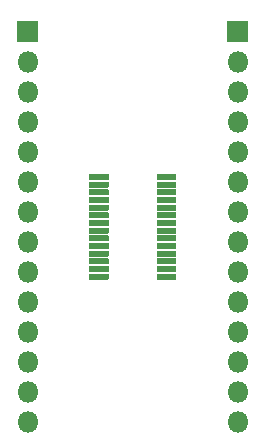
<source format=gts>
G04 #@! TF.GenerationSoftware,KiCad,Pcbnew,(5.1.10)-1*
G04 #@! TF.CreationDate,2021-11-20T19:19:08-05:00*
G04 #@! TF.ProjectId,SM72442 Breakout Board,534d3732-3434-4322-9042-7265616b6f75,rev?*
G04 #@! TF.SameCoordinates,Original*
G04 #@! TF.FileFunction,Soldermask,Top*
G04 #@! TF.FilePolarity,Negative*
%FSLAX46Y46*%
G04 Gerber Fmt 4.6, Leading zero omitted, Abs format (unit mm)*
G04 Created by KiCad (PCBNEW (5.1.10)-1) date 2021-11-20 19:19:08*
%MOMM*%
%LPD*%
G01*
G04 APERTURE LIST*
%ADD10O,1.800000X1.800000*%
G04 APERTURE END LIST*
D10*
G04 #@! TO.C,J1*
X129540000Y-151130000D03*
X129540000Y-148590000D03*
X129540000Y-146050000D03*
X129540000Y-143510000D03*
X129540000Y-140970000D03*
X129540000Y-138430000D03*
X129540000Y-135890000D03*
X129540000Y-133350000D03*
X129540000Y-130810000D03*
X129540000Y-128270000D03*
X129540000Y-125730000D03*
X129540000Y-123190000D03*
X129540000Y-120650000D03*
G36*
G01*
X128640000Y-118960000D02*
X128640000Y-117260000D01*
G75*
G02*
X128690000Y-117210000I50000J0D01*
G01*
X130390000Y-117210000D01*
G75*
G02*
X130440000Y-117260000I0J-50000D01*
G01*
X130440000Y-118960000D01*
G75*
G02*
X130390000Y-119010000I-50000J0D01*
G01*
X128690000Y-119010000D01*
G75*
G02*
X128640000Y-118960000I0J50000D01*
G01*
G37*
G04 #@! TD*
G04 #@! TO.C,J2*
G36*
G01*
X146420000Y-118960000D02*
X146420000Y-117260000D01*
G75*
G02*
X146470000Y-117210000I50000J0D01*
G01*
X148170000Y-117210000D01*
G75*
G02*
X148220000Y-117260000I0J-50000D01*
G01*
X148220000Y-118960000D01*
G75*
G02*
X148170000Y-119010000I-50000J0D01*
G01*
X146470000Y-119010000D01*
G75*
G02*
X146420000Y-118960000I0J50000D01*
G01*
G37*
X147320000Y-120650000D03*
X147320000Y-123190000D03*
X147320000Y-125730000D03*
X147320000Y-128270000D03*
X147320000Y-130810000D03*
X147320000Y-133350000D03*
X147320000Y-135890000D03*
X147320000Y-138430000D03*
X147320000Y-140970000D03*
X147320000Y-143510000D03*
X147320000Y-146050000D03*
X147320000Y-148590000D03*
X147320000Y-151130000D03*
G04 #@! TD*
G04 #@! TO.C,U1*
G36*
G01*
X134725000Y-130624500D02*
X134725000Y-130165500D01*
G75*
G02*
X134750500Y-130140000I25500J0D01*
G01*
X136369500Y-130140000D01*
G75*
G02*
X136395000Y-130165500I0J-25500D01*
G01*
X136395000Y-130624500D01*
G75*
G02*
X136369500Y-130650000I-25500J0D01*
G01*
X134750500Y-130650000D01*
G75*
G02*
X134725000Y-130624500I0J25500D01*
G01*
G37*
G36*
G01*
X134725000Y-131274500D02*
X134725000Y-130815500D01*
G75*
G02*
X134750500Y-130790000I25500J0D01*
G01*
X136369500Y-130790000D01*
G75*
G02*
X136395000Y-130815500I0J-25500D01*
G01*
X136395000Y-131274500D01*
G75*
G02*
X136369500Y-131300000I-25500J0D01*
G01*
X134750500Y-131300000D01*
G75*
G02*
X134725000Y-131274500I0J25500D01*
G01*
G37*
G36*
G01*
X134725000Y-131924500D02*
X134725000Y-131465500D01*
G75*
G02*
X134750500Y-131440000I25500J0D01*
G01*
X136369500Y-131440000D01*
G75*
G02*
X136395000Y-131465500I0J-25500D01*
G01*
X136395000Y-131924500D01*
G75*
G02*
X136369500Y-131950000I-25500J0D01*
G01*
X134750500Y-131950000D01*
G75*
G02*
X134725000Y-131924500I0J25500D01*
G01*
G37*
G36*
G01*
X134725000Y-132574500D02*
X134725000Y-132115500D01*
G75*
G02*
X134750500Y-132090000I25500J0D01*
G01*
X136369500Y-132090000D01*
G75*
G02*
X136395000Y-132115500I0J-25500D01*
G01*
X136395000Y-132574500D01*
G75*
G02*
X136369500Y-132600000I-25500J0D01*
G01*
X134750500Y-132600000D01*
G75*
G02*
X134725000Y-132574500I0J25500D01*
G01*
G37*
G36*
G01*
X134725000Y-133224500D02*
X134725000Y-132765500D01*
G75*
G02*
X134750500Y-132740000I25500J0D01*
G01*
X136369500Y-132740000D01*
G75*
G02*
X136395000Y-132765500I0J-25500D01*
G01*
X136395000Y-133224500D01*
G75*
G02*
X136369500Y-133250000I-25500J0D01*
G01*
X134750500Y-133250000D01*
G75*
G02*
X134725000Y-133224500I0J25500D01*
G01*
G37*
G36*
G01*
X134725000Y-133874500D02*
X134725000Y-133415500D01*
G75*
G02*
X134750500Y-133390000I25500J0D01*
G01*
X136369500Y-133390000D01*
G75*
G02*
X136395000Y-133415500I0J-25500D01*
G01*
X136395000Y-133874500D01*
G75*
G02*
X136369500Y-133900000I-25500J0D01*
G01*
X134750500Y-133900000D01*
G75*
G02*
X134725000Y-133874500I0J25500D01*
G01*
G37*
G36*
G01*
X134725000Y-134524500D02*
X134725000Y-134065500D01*
G75*
G02*
X134750500Y-134040000I25500J0D01*
G01*
X136369500Y-134040000D01*
G75*
G02*
X136395000Y-134065500I0J-25500D01*
G01*
X136395000Y-134524500D01*
G75*
G02*
X136369500Y-134550000I-25500J0D01*
G01*
X134750500Y-134550000D01*
G75*
G02*
X134725000Y-134524500I0J25500D01*
G01*
G37*
G36*
G01*
X134725000Y-135174500D02*
X134725000Y-134715500D01*
G75*
G02*
X134750500Y-134690000I25500J0D01*
G01*
X136369500Y-134690000D01*
G75*
G02*
X136395000Y-134715500I0J-25500D01*
G01*
X136395000Y-135174500D01*
G75*
G02*
X136369500Y-135200000I-25500J0D01*
G01*
X134750500Y-135200000D01*
G75*
G02*
X134725000Y-135174500I0J25500D01*
G01*
G37*
G36*
G01*
X134725000Y-135824500D02*
X134725000Y-135365500D01*
G75*
G02*
X134750500Y-135340000I25500J0D01*
G01*
X136369500Y-135340000D01*
G75*
G02*
X136395000Y-135365500I0J-25500D01*
G01*
X136395000Y-135824500D01*
G75*
G02*
X136369500Y-135850000I-25500J0D01*
G01*
X134750500Y-135850000D01*
G75*
G02*
X134725000Y-135824500I0J25500D01*
G01*
G37*
G36*
G01*
X134725000Y-136474500D02*
X134725000Y-136015500D01*
G75*
G02*
X134750500Y-135990000I25500J0D01*
G01*
X136369500Y-135990000D01*
G75*
G02*
X136395000Y-136015500I0J-25500D01*
G01*
X136395000Y-136474500D01*
G75*
G02*
X136369500Y-136500000I-25500J0D01*
G01*
X134750500Y-136500000D01*
G75*
G02*
X134725000Y-136474500I0J25500D01*
G01*
G37*
G36*
G01*
X134725000Y-137124500D02*
X134725000Y-136665500D01*
G75*
G02*
X134750500Y-136640000I25500J0D01*
G01*
X136369500Y-136640000D01*
G75*
G02*
X136395000Y-136665500I0J-25500D01*
G01*
X136395000Y-137124500D01*
G75*
G02*
X136369500Y-137150000I-25500J0D01*
G01*
X134750500Y-137150000D01*
G75*
G02*
X134725000Y-137124500I0J25500D01*
G01*
G37*
G36*
G01*
X134725000Y-137774500D02*
X134725000Y-137315500D01*
G75*
G02*
X134750500Y-137290000I25500J0D01*
G01*
X136369500Y-137290000D01*
G75*
G02*
X136395000Y-137315500I0J-25500D01*
G01*
X136395000Y-137774500D01*
G75*
G02*
X136369500Y-137800000I-25500J0D01*
G01*
X134750500Y-137800000D01*
G75*
G02*
X134725000Y-137774500I0J25500D01*
G01*
G37*
G36*
G01*
X134725000Y-138424500D02*
X134725000Y-137965500D01*
G75*
G02*
X134750500Y-137940000I25500J0D01*
G01*
X136369500Y-137940000D01*
G75*
G02*
X136395000Y-137965500I0J-25500D01*
G01*
X136395000Y-138424500D01*
G75*
G02*
X136369500Y-138450000I-25500J0D01*
G01*
X134750500Y-138450000D01*
G75*
G02*
X134725000Y-138424500I0J25500D01*
G01*
G37*
G36*
G01*
X134725000Y-139074500D02*
X134725000Y-138615500D01*
G75*
G02*
X134750500Y-138590000I25500J0D01*
G01*
X136369500Y-138590000D01*
G75*
G02*
X136395000Y-138615500I0J-25500D01*
G01*
X136395000Y-139074500D01*
G75*
G02*
X136369500Y-139100000I-25500J0D01*
G01*
X134750500Y-139100000D01*
G75*
G02*
X134725000Y-139074500I0J25500D01*
G01*
G37*
G36*
G01*
X140465000Y-139074500D02*
X140465000Y-138615500D01*
G75*
G02*
X140490500Y-138590000I25500J0D01*
G01*
X142109500Y-138590000D01*
G75*
G02*
X142135000Y-138615500I0J-25500D01*
G01*
X142135000Y-139074500D01*
G75*
G02*
X142109500Y-139100000I-25500J0D01*
G01*
X140490500Y-139100000D01*
G75*
G02*
X140465000Y-139074500I0J25500D01*
G01*
G37*
G36*
G01*
X140465000Y-138424500D02*
X140465000Y-137965500D01*
G75*
G02*
X140490500Y-137940000I25500J0D01*
G01*
X142109500Y-137940000D01*
G75*
G02*
X142135000Y-137965500I0J-25500D01*
G01*
X142135000Y-138424500D01*
G75*
G02*
X142109500Y-138450000I-25500J0D01*
G01*
X140490500Y-138450000D01*
G75*
G02*
X140465000Y-138424500I0J25500D01*
G01*
G37*
G36*
G01*
X140465000Y-137774500D02*
X140465000Y-137315500D01*
G75*
G02*
X140490500Y-137290000I25500J0D01*
G01*
X142109500Y-137290000D01*
G75*
G02*
X142135000Y-137315500I0J-25500D01*
G01*
X142135000Y-137774500D01*
G75*
G02*
X142109500Y-137800000I-25500J0D01*
G01*
X140490500Y-137800000D01*
G75*
G02*
X140465000Y-137774500I0J25500D01*
G01*
G37*
G36*
G01*
X140465000Y-137124500D02*
X140465000Y-136665500D01*
G75*
G02*
X140490500Y-136640000I25500J0D01*
G01*
X142109500Y-136640000D01*
G75*
G02*
X142135000Y-136665500I0J-25500D01*
G01*
X142135000Y-137124500D01*
G75*
G02*
X142109500Y-137150000I-25500J0D01*
G01*
X140490500Y-137150000D01*
G75*
G02*
X140465000Y-137124500I0J25500D01*
G01*
G37*
G36*
G01*
X140465000Y-136474500D02*
X140465000Y-136015500D01*
G75*
G02*
X140490500Y-135990000I25500J0D01*
G01*
X142109500Y-135990000D01*
G75*
G02*
X142135000Y-136015500I0J-25500D01*
G01*
X142135000Y-136474500D01*
G75*
G02*
X142109500Y-136500000I-25500J0D01*
G01*
X140490500Y-136500000D01*
G75*
G02*
X140465000Y-136474500I0J25500D01*
G01*
G37*
G36*
G01*
X140465000Y-135824500D02*
X140465000Y-135365500D01*
G75*
G02*
X140490500Y-135340000I25500J0D01*
G01*
X142109500Y-135340000D01*
G75*
G02*
X142135000Y-135365500I0J-25500D01*
G01*
X142135000Y-135824500D01*
G75*
G02*
X142109500Y-135850000I-25500J0D01*
G01*
X140490500Y-135850000D01*
G75*
G02*
X140465000Y-135824500I0J25500D01*
G01*
G37*
G36*
G01*
X140465000Y-135174500D02*
X140465000Y-134715500D01*
G75*
G02*
X140490500Y-134690000I25500J0D01*
G01*
X142109500Y-134690000D01*
G75*
G02*
X142135000Y-134715500I0J-25500D01*
G01*
X142135000Y-135174500D01*
G75*
G02*
X142109500Y-135200000I-25500J0D01*
G01*
X140490500Y-135200000D01*
G75*
G02*
X140465000Y-135174500I0J25500D01*
G01*
G37*
G36*
G01*
X140465000Y-134524500D02*
X140465000Y-134065500D01*
G75*
G02*
X140490500Y-134040000I25500J0D01*
G01*
X142109500Y-134040000D01*
G75*
G02*
X142135000Y-134065500I0J-25500D01*
G01*
X142135000Y-134524500D01*
G75*
G02*
X142109500Y-134550000I-25500J0D01*
G01*
X140490500Y-134550000D01*
G75*
G02*
X140465000Y-134524500I0J25500D01*
G01*
G37*
G36*
G01*
X140465000Y-133874500D02*
X140465000Y-133415500D01*
G75*
G02*
X140490500Y-133390000I25500J0D01*
G01*
X142109500Y-133390000D01*
G75*
G02*
X142135000Y-133415500I0J-25500D01*
G01*
X142135000Y-133874500D01*
G75*
G02*
X142109500Y-133900000I-25500J0D01*
G01*
X140490500Y-133900000D01*
G75*
G02*
X140465000Y-133874500I0J25500D01*
G01*
G37*
G36*
G01*
X140465000Y-133224500D02*
X140465000Y-132765500D01*
G75*
G02*
X140490500Y-132740000I25500J0D01*
G01*
X142109500Y-132740000D01*
G75*
G02*
X142135000Y-132765500I0J-25500D01*
G01*
X142135000Y-133224500D01*
G75*
G02*
X142109500Y-133250000I-25500J0D01*
G01*
X140490500Y-133250000D01*
G75*
G02*
X140465000Y-133224500I0J25500D01*
G01*
G37*
G36*
G01*
X140465000Y-132574500D02*
X140465000Y-132115500D01*
G75*
G02*
X140490500Y-132090000I25500J0D01*
G01*
X142109500Y-132090000D01*
G75*
G02*
X142135000Y-132115500I0J-25500D01*
G01*
X142135000Y-132574500D01*
G75*
G02*
X142109500Y-132600000I-25500J0D01*
G01*
X140490500Y-132600000D01*
G75*
G02*
X140465000Y-132574500I0J25500D01*
G01*
G37*
G36*
G01*
X140465000Y-131924500D02*
X140465000Y-131465500D01*
G75*
G02*
X140490500Y-131440000I25500J0D01*
G01*
X142109500Y-131440000D01*
G75*
G02*
X142135000Y-131465500I0J-25500D01*
G01*
X142135000Y-131924500D01*
G75*
G02*
X142109500Y-131950000I-25500J0D01*
G01*
X140490500Y-131950000D01*
G75*
G02*
X140465000Y-131924500I0J25500D01*
G01*
G37*
G36*
G01*
X140465000Y-131274500D02*
X140465000Y-130815500D01*
G75*
G02*
X140490500Y-130790000I25500J0D01*
G01*
X142109500Y-130790000D01*
G75*
G02*
X142135000Y-130815500I0J-25500D01*
G01*
X142135000Y-131274500D01*
G75*
G02*
X142109500Y-131300000I-25500J0D01*
G01*
X140490500Y-131300000D01*
G75*
G02*
X140465000Y-131274500I0J25500D01*
G01*
G37*
G36*
G01*
X140465000Y-130624500D02*
X140465000Y-130165500D01*
G75*
G02*
X140490500Y-130140000I25500J0D01*
G01*
X142109500Y-130140000D01*
G75*
G02*
X142135000Y-130165500I0J-25500D01*
G01*
X142135000Y-130624500D01*
G75*
G02*
X142109500Y-130650000I-25500J0D01*
G01*
X140490500Y-130650000D01*
G75*
G02*
X140465000Y-130624500I0J25500D01*
G01*
G37*
G04 #@! TD*
M02*

</source>
